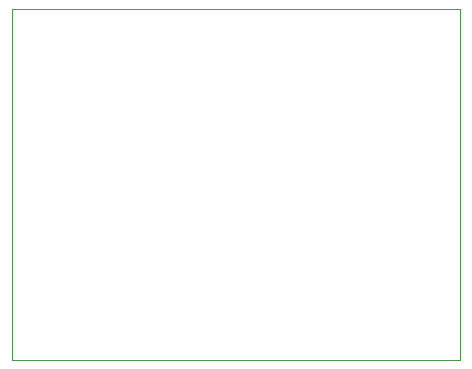
<source format=gbr>
%TF.GenerationSoftware,KiCad,Pcbnew,8.0.1*%
%TF.CreationDate,2024-05-29T15:12:31+02:00*%
%TF.ProjectId,SignalsPort,5369676e-616c-4735-906f-72742e6b6963,rev?*%
%TF.SameCoordinates,Original*%
%TF.FileFunction,Profile,NP*%
%FSLAX46Y46*%
G04 Gerber Fmt 4.6, Leading zero omitted, Abs format (unit mm)*
G04 Created by KiCad (PCBNEW 8.0.1) date 2024-05-29 15:12:31*
%MOMM*%
%LPD*%
G01*
G04 APERTURE LIST*
%TA.AperFunction,Profile*%
%ADD10C,0.050000*%
%TD*%
G04 APERTURE END LIST*
D10*
X116100000Y-86300000D02*
X154100000Y-86300000D01*
X154100000Y-116000000D01*
X116100000Y-116000000D01*
X116100000Y-86300000D01*
M02*

</source>
